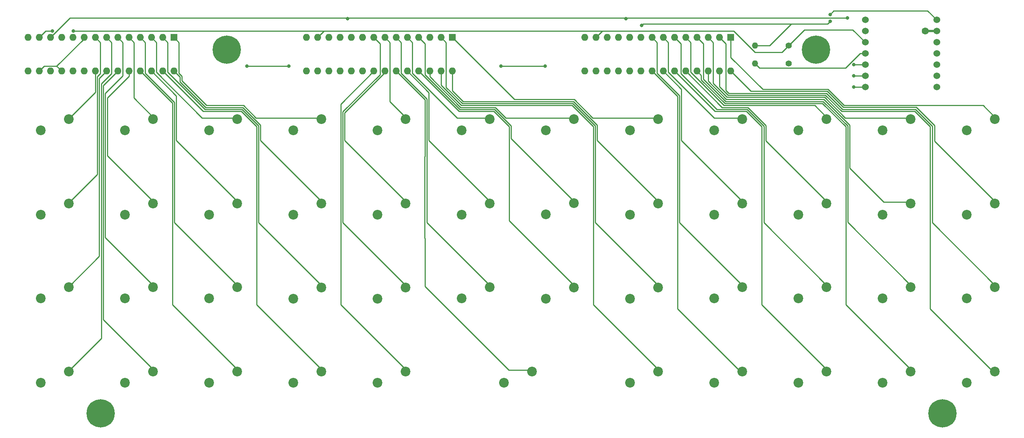
<source format=gbr>
%TF.GenerationSoftware,KiCad,Pcbnew,(5.1.10-32-g011b4027db)-1*%
%TF.CreationDate,2021-11-12T02:15:37-05:00*%
%TF.ProjectId,keyboard,6b657962-6f61-4726-942e-6b696361645f,rev?*%
%TF.SameCoordinates,Original*%
%TF.FileFunction,Copper,L1,Top*%
%TF.FilePolarity,Positive*%
%FSLAX46Y46*%
G04 Gerber Fmt 4.6, Leading zero omitted, Abs format (unit mm)*
G04 Created by KiCad (PCBNEW (5.1.10-32-g011b4027db)-1) date 2021-11-12 02:15:37*
%MOMM*%
%LPD*%
G01*
G04 APERTURE LIST*
%TA.AperFunction,ComponentPad*%
%ADD10O,1.400000X1.400000*%
%TD*%
%TA.AperFunction,ComponentPad*%
%ADD11C,1.400000*%
%TD*%
%TA.AperFunction,ComponentPad*%
%ADD12C,1.524000*%
%TD*%
%TA.AperFunction,ComponentPad*%
%ADD13O,1.600000X1.600000*%
%TD*%
%TA.AperFunction,ComponentPad*%
%ADD14R,1.600000X1.600000*%
%TD*%
%TA.AperFunction,ComponentPad*%
%ADD15C,2.200000*%
%TD*%
%TA.AperFunction,ComponentPad*%
%ADD16C,6.400000*%
%TD*%
%TA.AperFunction,ViaPad*%
%ADD17C,0.800000*%
%TD*%
%TA.AperFunction,ViaPad*%
%ADD18C,1.600000*%
%TD*%
%TA.AperFunction,Conductor*%
%ADD19C,0.250000*%
%TD*%
%TA.AperFunction,Conductor*%
%ADD20C,0.254000*%
%TD*%
%TA.AperFunction,Conductor*%
%ADD21C,0.500000*%
%TD*%
G04 APERTURE END LIST*
D10*
%TO.P,R2,2*%
%TO.N,/SCL_*%
X268732000Y-101600000D03*
D11*
%TO.P,R2,1*%
%TO.N,+5V*%
X276352000Y-101600000D03*
%TD*%
D10*
%TO.P,R1,2*%
%TO.N,+5V*%
X268732000Y-97536000D03*
D11*
%TO.P,R1,1*%
%TO.N,/SDA_*%
X276352000Y-97536000D03*
%TD*%
D12*
%TO.P,C1,1*%
%TO.N,N/C*%
X293726870Y-91714702D03*
%TO.P,C1,2*%
X293726870Y-94254702D03*
%TO.P,C1,3*%
%TO.N,/SDA_*%
X293726870Y-96794702D03*
%TO.P,C1,4*%
%TO.N,/SCL_*%
X293726870Y-99334702D03*
%TO.P,C1,5*%
%TO.N,/INT_0x0*%
X293726870Y-101874702D03*
%TO.P,C1,6*%
%TO.N,/INT_0x1*%
X293726870Y-104414702D03*
%TO.P,C1,7*%
%TO.N,/INT_0x2*%
X293726870Y-106954702D03*
%TO.P,C1,8*%
%TO.N,N/C*%
X309891430Y-106954702D03*
%TO.P,C1,10*%
X309891430Y-101874702D03*
%TO.P,C1,9*%
X309891430Y-104414702D03*
%TO.P,C1,14*%
%TO.N,+5V*%
X309891430Y-91714702D03*
%TO.P,C1,11*%
%TO.N,N/C*%
X309891430Y-99334702D03*
%TO.P,C1,13*%
%TO.N,GND*%
X309891430Y-94254702D03*
%TO.P,C1,12*%
%TO.N,N/C*%
X309891430Y-96794702D03*
%TD*%
D13*
%TO.P,U3,28*%
%TO.N,/ROW_2_3*%
X137255250Y-103345011D03*
%TO.P,U3,14*%
%TO.N,N/C*%
X104235250Y-95725011D03*
%TO.P,U3,27*%
%TO.N,/ROW_4_3*%
X134715250Y-103345011D03*
%TO.P,U3,13*%
%TO.N,/SDA_*%
X106775250Y-95725011D03*
%TO.P,U3,26*%
%TO.N,/ROW_2_2*%
X132175250Y-103345011D03*
%TO.P,U3,12*%
%TO.N,/SCL_*%
X109315250Y-95725011D03*
%TO.P,U3,25*%
%TO.N,/ROW_4_2*%
X129635250Y-103345011D03*
%TO.P,U3,11*%
%TO.N,N/C*%
X111855250Y-95725011D03*
%TO.P,U3,24*%
%TO.N,/ROW_2_1*%
X127095250Y-103345011D03*
%TO.P,U3,10*%
%TO.N,GND*%
X114395250Y-95725011D03*
%TO.P,U3,23*%
%TO.N,/ROW_4_1*%
X124555250Y-103345011D03*
%TO.P,U3,9*%
%TO.N,+5V*%
X116935250Y-95725011D03*
%TO.P,U3,22*%
%TO.N,/ROW_3_0*%
X122015250Y-103345011D03*
%TO.P,U3,8*%
%TO.N,/ROW_2_0*%
X119475250Y-95725011D03*
%TO.P,U3,21*%
%TO.N,/ROW_1_0*%
X119475250Y-103345011D03*
%TO.P,U3,7*%
%TO.N,/ROW_4_0*%
X122015250Y-95725011D03*
%TO.P,U3,20*%
%TO.N,/INT_0x2*%
X116935250Y-103345011D03*
%TO.P,U3,6*%
%TO.N,/ROW_3_1*%
X124555250Y-95725011D03*
%TO.P,U3,19*%
%TO.N,N/C*%
X114395250Y-103345011D03*
%TO.P,U3,5*%
%TO.N,/ROW_1_1*%
X127095250Y-95725011D03*
%TO.P,U3,18*%
%TO.N,+5V*%
X111855250Y-103345011D03*
%TO.P,U3,4*%
%TO.N,/ROW_3_2*%
X129635250Y-95725011D03*
%TO.P,U3,17*%
%TO.N,GND*%
X109315250Y-103345011D03*
%TO.P,U3,3*%
%TO.N,/ROW_1_2*%
X132175250Y-95725011D03*
%TO.P,U3,16*%
%TO.N,+5V*%
X106775250Y-103345011D03*
%TO.P,U3,2*%
%TO.N,/ROW_3_3*%
X134715250Y-95725011D03*
%TO.P,U3,15*%
%TO.N,GND*%
X104235250Y-103345011D03*
D14*
%TO.P,U3,1*%
%TO.N,/ROW_1_3*%
X137255250Y-95725011D03*
%TD*%
D15*
%TO.P,M43,2*%
%TO.N,GND*%
X240506250Y-173990000D03*
%TO.P,M43,1*%
%TO.N,/ROW_4_6*%
X246856250Y-171450000D03*
%TD*%
%TO.P,M42,2*%
%TO.N,GND*%
X211931250Y-173990000D03*
%TO.P,M42,1*%
%TO.N,/ROW_4_5*%
X218281250Y-171450000D03*
%TD*%
%TO.P,M47,2*%
%TO.N,GND*%
X316706250Y-173990000D03*
%TO.P,M47,1*%
%TO.N,/ROW_4_10*%
X323056250Y-171450000D03*
%TD*%
%TO.P,M46,2*%
%TO.N,GND*%
X297656250Y-173990000D03*
%TO.P,M46,1*%
%TO.N,/ROW_4_9*%
X304006250Y-171450000D03*
%TD*%
%TO.P,M45,2*%
%TO.N,GND*%
X278606250Y-173990000D03*
%TO.P,M45,1*%
%TO.N,/ROW_4_8*%
X284956250Y-171450000D03*
%TD*%
%TO.P,M44,2*%
%TO.N,GND*%
X259556250Y-173990000D03*
%TO.P,M44,1*%
%TO.N,/ROW_4_7*%
X265906250Y-171450000D03*
%TD*%
%TO.P,M41,2*%
%TO.N,GND*%
X183356250Y-173990000D03*
%TO.P,M41,1*%
%TO.N,/ROW_4_4*%
X189706250Y-171450000D03*
%TD*%
%TO.P,M40,2*%
%TO.N,GND*%
X164306250Y-173990000D03*
%TO.P,M40,1*%
%TO.N,/ROW_4_3*%
X170656250Y-171450000D03*
%TD*%
%TO.P,M39,2*%
%TO.N,GND*%
X145256250Y-173990000D03*
%TO.P,M39,1*%
%TO.N,/ROW_4_2*%
X151606250Y-171450000D03*
%TD*%
%TO.P,M38,2*%
%TO.N,GND*%
X126206250Y-173990000D03*
%TO.P,M38,1*%
%TO.N,/ROW_4_1*%
X132556250Y-171450000D03*
%TD*%
%TO.P,M37,2*%
%TO.N,GND*%
X107156250Y-173990000D03*
%TO.P,M37,1*%
%TO.N,/ROW_4_0*%
X113506250Y-171450000D03*
%TD*%
%TO.P,M36,2*%
%TO.N,GND*%
X316706250Y-154908250D03*
%TO.P,M36,1*%
%TO.N,/ROW_3_11*%
X323056250Y-152368250D03*
%TD*%
%TO.P,M35,2*%
%TO.N,GND*%
X297656250Y-154908250D03*
%TO.P,M35,1*%
%TO.N,/ROW_3_10*%
X304006250Y-152368250D03*
%TD*%
%TO.P,M34,2*%
%TO.N,GND*%
X278606250Y-154908250D03*
%TO.P,M34,1*%
%TO.N,/ROW_3_9*%
X284956250Y-152368250D03*
%TD*%
%TO.P,M33,2*%
%TO.N,GND*%
X259556250Y-154908250D03*
%TO.P,M33,1*%
%TO.N,/ROW_3_8*%
X265906250Y-152368250D03*
%TD*%
%TO.P,M32,2*%
%TO.N,GND*%
X240506250Y-154940000D03*
%TO.P,M32,1*%
%TO.N,/ROW_3_7*%
X246856250Y-152400000D03*
%TD*%
%TO.P,M31,2*%
%TO.N,GND*%
X221456250Y-154940000D03*
%TO.P,M31,1*%
%TO.N,/ROW_3_6*%
X227806250Y-152400000D03*
%TD*%
%TO.P,M30,2*%
%TO.N,GND*%
X202406250Y-154908250D03*
%TO.P,M30,1*%
%TO.N,/ROW_3_5*%
X208756250Y-152368250D03*
%TD*%
%TO.P,M29,2*%
%TO.N,GND*%
X183356250Y-154940000D03*
%TO.P,M29,1*%
%TO.N,/ROW_3_4*%
X189706250Y-152400000D03*
%TD*%
%TO.P,M28,2*%
%TO.N,GND*%
X164306250Y-154940000D03*
%TO.P,M28,1*%
%TO.N,/ROW_3_3*%
X170656250Y-152400000D03*
%TD*%
%TO.P,M27,2*%
%TO.N,GND*%
X145256250Y-154908250D03*
%TO.P,M27,1*%
%TO.N,/ROW_3_2*%
X151606250Y-152368250D03*
%TD*%
%TO.P,M26,2*%
%TO.N,GND*%
X126206250Y-154908250D03*
%TO.P,M26,1*%
%TO.N,/ROW_3_1*%
X132556250Y-152368250D03*
%TD*%
%TO.P,M25,2*%
%TO.N,GND*%
X107156250Y-154908250D03*
%TO.P,M25,1*%
%TO.N,/ROW_3_0*%
X113506250Y-152368250D03*
%TD*%
%TO.P,M24,2*%
%TO.N,GND*%
X316706250Y-135890000D03*
%TO.P,M24,1*%
%TO.N,/ROW_2_11*%
X323056250Y-133350000D03*
%TD*%
%TO.P,M23,2*%
%TO.N,GND*%
X297656250Y-135890000D03*
%TO.P,M23,1*%
%TO.N,/ROW_2_10*%
X304006250Y-133350000D03*
%TD*%
%TO.P,M22,2*%
%TO.N,GND*%
X278606250Y-135890000D03*
%TO.P,M22,1*%
%TO.N,/ROW_2_9*%
X284956250Y-133350000D03*
%TD*%
%TO.P,M21,2*%
%TO.N,GND*%
X259556250Y-135890000D03*
%TO.P,M21,1*%
%TO.N,/ROW_2_8*%
X265906250Y-133350000D03*
%TD*%
%TO.P,M20,2*%
%TO.N,GND*%
X240506250Y-135890000D03*
%TO.P,M20,1*%
%TO.N,/ROW_2_7*%
X246856250Y-133350000D03*
%TD*%
%TO.P,M19,2*%
%TO.N,GND*%
X221456250Y-135858250D03*
%TO.P,M19,1*%
%TO.N,/ROW_2_6*%
X227806250Y-133318250D03*
%TD*%
%TO.P,M18,2*%
%TO.N,GND*%
X202406250Y-135890000D03*
%TO.P,M18,1*%
%TO.N,/ROW_2_5*%
X208756250Y-133350000D03*
%TD*%
%TO.P,M17,2*%
%TO.N,GND*%
X183356250Y-135890000D03*
%TO.P,M17,1*%
%TO.N,/ROW_2_4*%
X189706250Y-133350000D03*
%TD*%
%TO.P,M16,2*%
%TO.N,GND*%
X164306250Y-135890000D03*
%TO.P,M16,1*%
%TO.N,/ROW_2_3*%
X170656250Y-133350000D03*
%TD*%
%TO.P,M15,2*%
%TO.N,GND*%
X145256250Y-135890000D03*
%TO.P,M15,1*%
%TO.N,/ROW_2_2*%
X151606250Y-133350000D03*
%TD*%
%TO.P,M14,2*%
%TO.N,GND*%
X126206250Y-135890000D03*
%TO.P,M14,1*%
%TO.N,/ROW_2_1*%
X132556250Y-133350000D03*
%TD*%
%TO.P,M13,2*%
%TO.N,GND*%
X107156250Y-135890000D03*
%TO.P,M13,1*%
%TO.N,/ROW_2_0*%
X113506250Y-133350000D03*
%TD*%
%TO.P,M12,2*%
%TO.N,GND*%
X316722150Y-116808250D03*
%TO.P,M12,1*%
%TO.N,/ROW_1_11*%
X323072150Y-114268250D03*
%TD*%
%TO.P,M11,2*%
%TO.N,GND*%
X297672150Y-116808250D03*
%TO.P,M11,1*%
%TO.N,/ROW_1_10*%
X304022150Y-114268250D03*
%TD*%
%TO.P,M10,2*%
%TO.N,GND*%
X278622150Y-116808250D03*
%TO.P,M10,1*%
%TO.N,/ROW_1_9*%
X284972150Y-114268250D03*
%TD*%
%TO.P,M9,2*%
%TO.N,GND*%
X259572150Y-116808250D03*
%TO.P,M9,1*%
%TO.N,/ROW_1_8*%
X265922150Y-114268250D03*
%TD*%
%TO.P,M8,2*%
%TO.N,GND*%
X240522150Y-116808250D03*
%TO.P,M8,1*%
%TO.N,/ROW_1_7*%
X246872150Y-114268250D03*
%TD*%
%TO.P,M7,2*%
%TO.N,GND*%
X221472150Y-116808250D03*
%TO.P,M7,1*%
%TO.N,/ROW_1_6*%
X227822150Y-114268250D03*
%TD*%
%TO.P,M6,2*%
%TO.N,GND*%
X202422150Y-116808250D03*
%TO.P,M6,1*%
%TO.N,/ROW_1_5*%
X208772150Y-114268250D03*
%TD*%
%TO.P,M5,2*%
%TO.N,GND*%
X183372150Y-116808250D03*
%TO.P,M5,1*%
%TO.N,/ROW_1_4*%
X189722150Y-114268250D03*
%TD*%
%TO.P,M4,2*%
%TO.N,GND*%
X164322150Y-116808250D03*
%TO.P,M4,1*%
%TO.N,/ROW_1_3*%
X170672150Y-114268250D03*
%TD*%
%TO.P,M3,2*%
%TO.N,GND*%
X145272150Y-116808250D03*
%TO.P,M3,1*%
%TO.N,/ROW_1_2*%
X151622150Y-114268250D03*
%TD*%
%TO.P,M2,2*%
%TO.N,GND*%
X126222150Y-116808250D03*
%TO.P,M2,1*%
%TO.N,/ROW_1_1*%
X132572150Y-114268250D03*
%TD*%
%TO.P,M1,2*%
%TO.N,GND*%
X107172150Y-116808250D03*
%TO.P,M1,1*%
%TO.N,/ROW_1_0*%
X113522150Y-114268250D03*
%TD*%
D13*
%TO.P,U2,28*%
%TO.N,/ROW_2_7*%
X200262083Y-103345011D03*
%TO.P,U2,14*%
%TO.N,N/C*%
X167242083Y-95725011D03*
%TO.P,U2,27*%
%TO.N,/ROW_4_6*%
X197722083Y-103345011D03*
%TO.P,U2,13*%
%TO.N,/SDA_*%
X169782083Y-95725011D03*
%TO.P,U2,26*%
%TO.N,/ROW_1_6*%
X195182083Y-103345011D03*
%TO.P,U2,12*%
%TO.N,/SCL_*%
X172322083Y-95725011D03*
%TO.P,U2,25*%
%TO.N,/ROW_3_6*%
X192642083Y-103345011D03*
%TO.P,U2,11*%
%TO.N,N/C*%
X174862083Y-95725011D03*
%TO.P,U2,24*%
%TO.N,/ROW_2_5*%
X190102083Y-103345011D03*
%TO.P,U2,10*%
%TO.N,GND*%
X177402083Y-95725011D03*
%TO.P,U2,23*%
%TO.N,/ROW_4_5*%
X187562083Y-103345011D03*
%TO.P,U2,9*%
%TO.N,+5V*%
X179942083Y-95725011D03*
%TO.P,U2,22*%
%TO.N,/ROW_2_4*%
X185022083Y-103345011D03*
%TO.P,U2,8*%
%TO.N,/ROW_3_4*%
X182482083Y-95725011D03*
%TO.P,U2,21*%
%TO.N,/ROW_4_4*%
X182482083Y-103345011D03*
%TO.P,U2,7*%
%TO.N,/ROW_1_4*%
X185022083Y-95725011D03*
%TO.P,U2,20*%
%TO.N,/INT_0x1*%
X179942083Y-103345011D03*
%TO.P,U2,6*%
%TO.N,/ROW_3_5*%
X187562083Y-95725011D03*
%TO.P,U2,19*%
%TO.N,N/C*%
X177402083Y-103345011D03*
%TO.P,U2,5*%
%TO.N,/ROW_1_5*%
X190102083Y-95725011D03*
%TO.P,U2,18*%
%TO.N,+5V*%
X174862083Y-103345011D03*
%TO.P,U2,4*%
%TO.N,/ROW_2_6*%
X192642083Y-95725011D03*
%TO.P,U2,17*%
%TO.N,GND*%
X172322083Y-103345011D03*
%TO.P,U2,3*%
%TO.N,N/C*%
X195182083Y-95725011D03*
%TO.P,U2,16*%
%TO.N,GND*%
X169782083Y-103345011D03*
%TO.P,U2,2*%
%TO.N,/ROW_3_7*%
X197722083Y-95725011D03*
%TO.P,U2,15*%
%TO.N,+5V*%
X167242083Y-103345011D03*
D14*
%TO.P,U2,1*%
%TO.N,/ROW_1_7*%
X200262083Y-95725011D03*
%TD*%
D13*
%TO.P,U1,28*%
%TO.N,/ROW_2_11*%
X263268916Y-103345011D03*
%TO.P,U1,14*%
%TO.N,N/C*%
X230248916Y-95725011D03*
%TO.P,U1,27*%
%TO.N,/ROW_4_10*%
X260728916Y-103345011D03*
%TO.P,U1,13*%
%TO.N,/SDA_*%
X232788916Y-95725011D03*
%TO.P,U1,26*%
%TO.N,/ROW_2_10*%
X258188916Y-103345011D03*
%TO.P,U1,12*%
%TO.N,/SCL_*%
X235328916Y-95725011D03*
%TO.P,U1,25*%
%TO.N,/ROW_4_9*%
X255648916Y-103345011D03*
%TO.P,U1,11*%
%TO.N,N/C*%
X237868916Y-95725011D03*
%TO.P,U1,24*%
%TO.N,/ROW_2_9*%
X253108916Y-103345011D03*
%TO.P,U1,10*%
%TO.N,GND*%
X240408916Y-95725011D03*
%TO.P,U1,23*%
%TO.N,/ROW_4_8*%
X250568916Y-103345011D03*
%TO.P,U1,9*%
%TO.N,+5V*%
X242948916Y-95725011D03*
%TO.P,U1,22*%
%TO.N,/ROW_2_8*%
X248028916Y-103345011D03*
%TO.P,U1,8*%
%TO.N,/ROW_3_8*%
X245488916Y-95725011D03*
%TO.P,U1,21*%
%TO.N,/ROW_4_7*%
X245488916Y-103345011D03*
%TO.P,U1,7*%
%TO.N,/ROW_1_8*%
X248028916Y-95725011D03*
%TO.P,U1,20*%
%TO.N,/INT_0x0*%
X242948916Y-103345011D03*
%TO.P,U1,6*%
%TO.N,/ROW_3_9*%
X250568916Y-95725011D03*
%TO.P,U1,19*%
%TO.N,N/C*%
X240408916Y-103345011D03*
%TO.P,U1,5*%
%TO.N,/ROW_1_9*%
X253108916Y-95725011D03*
%TO.P,U1,18*%
%TO.N,+5V*%
X237868916Y-103345011D03*
%TO.P,U1,4*%
%TO.N,/ROW_3_10*%
X255648916Y-95725011D03*
%TO.P,U1,17*%
%TO.N,GND*%
X235328916Y-103345011D03*
%TO.P,U1,3*%
%TO.N,/ROW_1_10*%
X258188916Y-95725011D03*
%TO.P,U1,16*%
%TO.N,GND*%
X232788916Y-103345011D03*
%TO.P,U1,2*%
%TO.N,/ROW_3_11*%
X260728916Y-95725011D03*
%TO.P,U1,15*%
%TO.N,GND*%
X230248916Y-103345011D03*
D14*
%TO.P,U1,1*%
%TO.N,/ROW_1_11*%
X263268916Y-95725011D03*
%TD*%
D16*
%TO.P,H6,1*%
%TO.N,N/C*%
X120650000Y-180975000D03*
%TD*%
%TO.P,H5,1*%
%TO.N,N/C*%
X282575000Y-98500000D03*
%TD*%
%TO.P,H3,1*%
%TO.N,N/C*%
X311150000Y-180975000D03*
%TD*%
%TO.P,H2,1*%
%TO.N,N/C*%
X149225000Y-98500000D03*
%TD*%
D17*
%TO.N,+5V*%
X285750000Y-90487500D03*
X285750000Y-92075000D03*
X243078000Y-92964000D03*
X221279990Y-102220010D03*
X211279990Y-102220010D03*
X163279990Y-102220010D03*
X153779990Y-102220010D03*
%TO.N,/SCL_*%
X176530000Y-91440000D03*
X239522000Y-91440000D03*
X289681260Y-91318740D03*
%TO.N,/SDA_*%
X114501548Y-94254702D03*
X109739048Y-94254702D03*
D18*
%TO.N,GND*%
X307281198Y-94270448D03*
D17*
%TO.N,/INT_0x0*%
X291104702Y-101874702D03*
%TO.N,/INT_0x2*%
X291104702Y-106954702D03*
%TO.N,/INT_0x1*%
X291104702Y-104414702D03*
%TD*%
D19*
%TO.N,/ROW_1_0*%
X119475250Y-108156400D02*
X113680900Y-113950750D01*
X119475250Y-103345011D02*
X119475250Y-108156400D01*
D20*
%TO.N,+5V*%
X287337500Y-89662500D02*
X286575000Y-89662500D01*
X286575000Y-89662500D02*
X285750000Y-90487500D01*
X285750000Y-90487500D02*
X285750000Y-90487500D01*
X307839228Y-89662500D02*
X309891430Y-91714702D01*
X287337500Y-89662500D02*
X307839228Y-89662500D01*
X107902251Y-102218010D02*
X106775250Y-103345011D01*
X110728249Y-102218010D02*
X107902251Y-102218010D01*
X111855250Y-103345011D02*
X110728249Y-102218010D01*
X116935250Y-96011009D02*
X116935250Y-95725011D01*
X110728249Y-102218010D02*
X116935250Y-96011009D01*
D19*
X285220298Y-92604702D02*
X285750000Y-92075000D01*
X284162500Y-92604702D02*
X285220298Y-92604702D01*
X243437298Y-92604702D02*
X243078000Y-92964000D01*
X243078000Y-92964000D02*
X243078000Y-92964000D01*
X211279990Y-102220010D02*
X221279990Y-102220010D01*
X153779990Y-102220010D02*
X163279990Y-102220010D01*
X281283298Y-92604702D02*
X281580702Y-92604702D01*
X284162500Y-92604702D02*
X281580702Y-92604702D01*
X268732000Y-97536000D02*
X272077404Y-97536000D01*
X277008702Y-92604702D02*
X243437298Y-92604702D01*
X281580702Y-92604702D02*
X277008702Y-92604702D01*
X272077404Y-97536000D02*
X277008702Y-92604702D01*
%TO.N,/ROW_2_0*%
X120600251Y-103885012D02*
X119925260Y-104560003D01*
X120600251Y-96850012D02*
X120600251Y-103885012D01*
X119475250Y-95725011D02*
X120600251Y-96850012D01*
X119925260Y-126772240D02*
X113665000Y-133032500D01*
X119925260Y-104560003D02*
X119925260Y-126772240D01*
%TO.N,/ROW_3_0*%
X113665000Y-152050750D02*
X120375270Y-145340480D01*
X120375270Y-104984991D02*
X122015250Y-103345011D01*
X120375270Y-145340480D02*
X120375270Y-104984991D01*
%TO.N,/ROW_4_0*%
X120825280Y-163972220D02*
X113665000Y-171132500D01*
X120825280Y-106199983D02*
X120825280Y-163972220D01*
X123140251Y-103885012D02*
X120825280Y-106199983D01*
X123140251Y-96850012D02*
X123140251Y-103885012D01*
X122015250Y-95725011D02*
X123140251Y-96850012D01*
%TO.N,/ROW_1_1*%
X128220251Y-96850012D02*
X127095250Y-95725011D01*
X128220251Y-109440101D02*
X128220251Y-96850012D01*
X132730900Y-113950750D02*
X128220251Y-109440101D01*
%TO.N,/ROW_2_1*%
X127095250Y-104476381D02*
X122175310Y-109396321D01*
X127095250Y-103345011D02*
X127095250Y-104476381D01*
X122175310Y-122492810D02*
X132715000Y-133032500D01*
X122175310Y-109396321D02*
X122175310Y-122492810D01*
%TO.N,/ROW_3_1*%
X125680251Y-104443749D02*
X121725300Y-108398700D01*
X125680251Y-96850012D02*
X125680251Y-104443749D01*
X124555250Y-95725011D02*
X125680251Y-96850012D01*
X121725300Y-141061050D02*
X132715000Y-152050750D01*
X121725300Y-108398700D02*
X121725300Y-141061050D01*
%TO.N,/ROW_4_1*%
X121275290Y-159692790D02*
X132715000Y-171132500D01*
X121275290Y-106624971D02*
X121275290Y-159692790D01*
X124555250Y-103345011D02*
X121275290Y-106624971D01*
%TO.N,/ROW_1_2*%
X133300251Y-103595014D02*
X133300251Y-96850012D01*
X143655987Y-113950750D02*
X133300251Y-103595014D01*
X133300251Y-96850012D02*
X132175250Y-95725011D01*
X151780900Y-113950750D02*
X143655987Y-113950750D01*
%TO.N,/ROW_2_2*%
X132175250Y-103345011D02*
X137815919Y-108985680D01*
X137815919Y-119083419D02*
X151765000Y-133032500D01*
X137815919Y-108985680D02*
X137815919Y-119083419D01*
%TO.N,/ROW_3_2*%
X151765000Y-152050750D02*
X137365911Y-137651661D01*
X130760251Y-96850012D02*
X129635250Y-95725011D01*
X130760251Y-103833602D02*
X130760251Y-96850012D01*
X137365910Y-110439261D02*
X130760251Y-103833602D01*
X137365911Y-137651661D02*
X137365910Y-110439261D01*
%TO.N,/ROW_4_2*%
X136906000Y-156273500D02*
X151765000Y-171132500D01*
X136906000Y-139446000D02*
X136906000Y-156273500D01*
X136915901Y-139436099D02*
X136906000Y-139446000D01*
X136915901Y-110625662D02*
X136915901Y-139436099D01*
X129635250Y-103345011D02*
X136915901Y-110625662D01*
%TO.N,/ROW_1_3*%
X138380251Y-96850012D02*
X137255250Y-95725011D01*
X138380251Y-103833602D02*
X138380251Y-96850012D01*
X139064832Y-104518183D02*
X138380251Y-103833602D01*
X139064833Y-105546776D02*
X139064832Y-104518183D01*
X144650778Y-111132721D02*
X139064833Y-105546776D01*
X153044741Y-111132721D02*
X144650778Y-111132721D01*
X155862770Y-113950750D02*
X153044741Y-111132721D01*
X170830900Y-113950750D02*
X155862770Y-113950750D01*
%TO.N,/ROW_2_3*%
X137255250Y-103345011D02*
X138614823Y-104704584D01*
X138614823Y-104704584D02*
X138614823Y-105733176D01*
X152858342Y-111582730D02*
X156865919Y-115590309D01*
X144464376Y-111582729D02*
X152858342Y-111582730D01*
X138614823Y-105733176D02*
X144464376Y-111582729D01*
X156865919Y-119083419D02*
X170815000Y-133032500D01*
X156865919Y-115590309D02*
X156865919Y-119083419D01*
%TO.N,/ROW_3_3*%
X170815000Y-152082500D02*
X156415911Y-137683411D01*
X156415910Y-115776708D02*
X152671941Y-112032739D01*
X156415911Y-137683411D02*
X156415910Y-115776708D01*
X135840251Y-96850012D02*
X134715250Y-95725011D01*
X135840251Y-103595014D02*
X135840251Y-96850012D01*
X144277976Y-112032739D02*
X135840251Y-103595014D01*
X152671941Y-112032739D02*
X144277976Y-112032739D01*
%TO.N,/ROW_4_3*%
X155965901Y-115963109D02*
X155965901Y-156283401D01*
X155965901Y-156283401D02*
X170815000Y-171132500D01*
X152485541Y-112482749D02*
X155965901Y-115963109D01*
X143852988Y-112482749D02*
X152485541Y-112482749D01*
X134715250Y-103345011D02*
X143852988Y-112482749D01*
%TO.N,/ROW_1_4*%
X186147084Y-110216934D02*
X189880900Y-113950750D01*
X186147084Y-96850012D02*
X186147084Y-110216934D01*
X185022083Y-95725011D02*
X186147084Y-96850012D01*
%TO.N,/ROW_2_4*%
X189865000Y-133032500D02*
X175915921Y-119083421D01*
X175915921Y-112756489D02*
X185022083Y-103650327D01*
X185022083Y-103650327D02*
X185022083Y-103345011D01*
X175915921Y-119083421D02*
X175915921Y-112756489D01*
%TO.N,/ROW_3_4*%
X183897082Y-104138918D02*
X175465911Y-112570089D01*
X183897082Y-97140010D02*
X183897082Y-104138918D01*
X182482083Y-95725011D02*
X183897082Y-97140010D01*
X175465911Y-137683411D02*
X189865000Y-152082500D01*
X175465911Y-112570089D02*
X175465911Y-137683411D01*
%TO.N,/ROW_4_4*%
X175015901Y-110811193D02*
X175015901Y-122164099D01*
X182482083Y-103345011D02*
X175015901Y-110811193D01*
X175015901Y-122164099D02*
X175006000Y-122174000D01*
X175006000Y-156273500D02*
X189865000Y-171132500D01*
X175006000Y-122174000D02*
X175006000Y-156273500D01*
%TO.N,/ROW_1_5*%
X191227084Y-96850012D02*
X190102083Y-95725011D01*
X191227084Y-103833602D02*
X191227084Y-96850012D01*
X201344232Y-113950750D02*
X191227084Y-103833602D01*
X208930900Y-113950750D02*
X201344232Y-113950750D01*
%TO.N,/ROW_2_5*%
X190102083Y-103345011D02*
X194965921Y-108208849D01*
X194965921Y-119083421D02*
X208915000Y-133032500D01*
X194965921Y-108208849D02*
X194965921Y-119083421D01*
%TO.N,/ROW_3_5*%
X188687084Y-96850012D02*
X188687084Y-103833602D01*
X188687084Y-103833602D02*
X194515911Y-109662429D01*
X187562083Y-95725011D02*
X188687084Y-96850012D01*
X194515911Y-137651661D02*
X208915000Y-152050750D01*
X194515911Y-109662429D02*
X194515911Y-137651661D01*
%TO.N,/ROW_4_5*%
X194065901Y-109848829D02*
X194065901Y-122672099D01*
X187562083Y-103345011D02*
X194065901Y-109848829D01*
X194050001Y-122687999D02*
X194050001Y-141229999D01*
X194065901Y-122672099D02*
X194050001Y-122687999D01*
X194050001Y-141229999D02*
X194056000Y-141235998D01*
X213063748Y-171132500D02*
X218440000Y-171132500D01*
X194056000Y-152124752D02*
X213063748Y-171132500D01*
X194056000Y-141235998D02*
X194056000Y-152124752D01*
%TO.N,/ROW_1_6*%
X227980900Y-113950750D02*
X212376362Y-113950750D01*
X212376362Y-113950750D02*
X210008341Y-111582731D01*
X210008341Y-111582731D02*
X202152623Y-111582731D01*
X195182083Y-104612191D02*
X195182083Y-103345011D01*
X202152623Y-111582731D02*
X195182083Y-104612191D01*
%TO.N,/ROW_2_6*%
X194057082Y-97140010D02*
X194057082Y-104123600D01*
X192642083Y-95725011D02*
X194057082Y-97140010D01*
X194057082Y-104123600D02*
X201966221Y-112032739D01*
X209821942Y-112032740D02*
X213565911Y-115776709D01*
X201966221Y-112032739D02*
X209821942Y-112032740D01*
X213565911Y-118601661D02*
X227965000Y-133000750D01*
X213565911Y-115776709D02*
X213565911Y-118601661D01*
%TO.N,/ROW_3_6*%
X201779821Y-112482749D02*
X209635541Y-112482749D01*
X192642083Y-103345011D02*
X201779821Y-112482749D01*
X213115901Y-115963109D02*
X213115901Y-119878099D01*
X209635541Y-112482749D02*
X213115901Y-115963109D01*
X213115901Y-119878099D02*
X213106000Y-119888000D01*
X213106000Y-137223500D02*
X227965000Y-152082500D01*
X213106000Y-119888000D02*
X213106000Y-137223500D01*
%TO.N,/ROW_4_6*%
X197722083Y-103345011D02*
X197722083Y-106515781D01*
X197722083Y-106515781D02*
X202339023Y-111132721D01*
X232165901Y-115963109D02*
X232165901Y-120894099D01*
X227335513Y-111132721D02*
X232165901Y-115963109D01*
X202339023Y-111132721D02*
X227335513Y-111132721D01*
X232165901Y-120894099D02*
X232156000Y-120904000D01*
X232156000Y-156273500D02*
X247015000Y-171132500D01*
X232156000Y-120904000D02*
X232156000Y-156273500D01*
%TO.N,/ROW_1_7*%
X247030900Y-113950750D02*
X232062772Y-113950750D01*
X232062772Y-113950750D02*
X227894714Y-109782694D01*
X214319766Y-109782694D02*
X200262083Y-95725011D01*
X227894714Y-109782694D02*
X214319766Y-109782694D01*
%TO.N,/ROW_2_7*%
X200262083Y-103345011D02*
X200262083Y-107782961D01*
X200262083Y-107782961D02*
X202711824Y-110232702D01*
X227708315Y-110232703D02*
X233065921Y-115590309D01*
X202711824Y-110232702D02*
X227708315Y-110232703D01*
X233065921Y-119083421D02*
X247015000Y-133032500D01*
X233065921Y-115590309D02*
X233065921Y-119083421D01*
%TO.N,/ROW_3_7*%
X198847084Y-96850012D02*
X198847084Y-107004372D01*
X197722083Y-95725011D02*
X198847084Y-96850012D01*
X198847084Y-107004372D02*
X202525423Y-110682711D01*
X227521914Y-110682712D02*
X232615911Y-115776709D01*
X202525423Y-110682711D02*
X227521914Y-110682712D01*
X232615911Y-137683411D02*
X247015000Y-152082500D01*
X232615911Y-115776709D02*
X232615911Y-137683411D01*
%TO.N,/ROW_4_7*%
X251215901Y-109071996D02*
X251215901Y-157216099D01*
X245488916Y-103345011D02*
X251215901Y-109071996D01*
X265132302Y-171132500D02*
X266065000Y-171132500D01*
X251215901Y-157216099D02*
X265132302Y-171132500D01*
D20*
%TO.N,/SCL_*%
X113325559Y-91714702D02*
X109315250Y-95725011D01*
D19*
%TO.N,*%
X293330908Y-91318740D02*
X293726870Y-91714702D01*
%TO.N,/SCL_*%
X113325559Y-91714702D02*
X113721521Y-91318740D01*
X292571700Y-99334702D02*
X293726870Y-99334702D01*
X289281401Y-102625001D02*
X292571700Y-99334702D01*
X269757001Y-102625001D02*
X289281401Y-102625001D01*
X268732000Y-101600000D02*
X269757001Y-102625001D01*
X113721521Y-91318740D02*
X289681260Y-91318740D01*
X289681260Y-91318740D02*
X289681260Y-91318740D01*
D20*
%TO.N,/SDA_*%
X144694559Y-94254702D02*
X114501548Y-94254702D01*
X114501548Y-94254702D02*
X114501548Y-94254702D01*
X108245559Y-94254702D02*
X106775250Y-95725011D01*
X109739048Y-94254702D02*
X108245559Y-94254702D01*
X145457798Y-94254702D02*
X144694559Y-94254702D01*
D19*
X234259225Y-94254702D02*
X235691298Y-94254702D01*
X232788916Y-95725011D02*
X234259225Y-94254702D01*
X183367298Y-94254702D02*
X235691298Y-94254702D01*
X171252392Y-94254702D02*
X172232702Y-94254702D01*
X169782083Y-95725011D02*
X171252392Y-94254702D01*
X172232702Y-94254702D02*
X183367298Y-94254702D01*
X145457798Y-94254702D02*
X172232702Y-94254702D01*
X276352000Y-97536000D02*
X279908000Y-93980000D01*
X279908000Y-93980000D02*
X290912168Y-93980000D01*
X276352000Y-97536000D02*
X274828000Y-99060000D01*
X235691298Y-94254702D02*
X263885298Y-94254702D01*
X263933700Y-94254702D02*
X263885298Y-94254702D01*
X268738998Y-99060000D02*
X263933700Y-94254702D01*
X274828000Y-99060000D02*
X268738998Y-99060000D01*
X290912168Y-93980000D02*
X293726870Y-96794702D01*
D21*
%TO.N,GND*%
X309925720Y-94270448D02*
X307281198Y-94270448D01*
X307382798Y-93864048D02*
X307382798Y-93864048D01*
D19*
%TO.N,/INT_0x0*%
X293726870Y-101874702D02*
X291104702Y-101874702D01*
X291104702Y-101874702D02*
X291104702Y-101874702D01*
%TO.N,/INT_0x2*%
X293726870Y-106954702D02*
X291104702Y-106954702D01*
%TO.N,/INT_0x1*%
X293726870Y-104414702D02*
X291104702Y-104414702D01*
%TO.N,/ROW_1_8*%
X249153917Y-96850012D02*
X248028916Y-95725011D01*
X249153917Y-103595014D02*
X249153917Y-96850012D01*
X259509653Y-113950750D02*
X249153917Y-103595014D01*
X266080900Y-113950750D02*
X259509653Y-113950750D01*
%TO.N,/ROW_1_9*%
X285130900Y-113950750D02*
X282312871Y-111132721D01*
X254233917Y-96850012D02*
X253108916Y-95725011D01*
X254233917Y-103595014D02*
X254233917Y-96850012D01*
X261771624Y-111132721D02*
X254233917Y-103595014D01*
X282312871Y-111132721D02*
X261771624Y-111132721D01*
%TO.N,/ROW_1_10*%
X259313917Y-96850012D02*
X259313917Y-106129374D01*
X258188916Y-95725011D02*
X259313917Y-96850012D01*
X259313917Y-106129374D02*
X262462533Y-109277990D01*
X262462533Y-109277990D02*
X284540013Y-109277991D01*
X289212772Y-113950750D02*
X304180900Y-113950750D01*
X284540013Y-109277991D02*
X289212772Y-113950750D01*
%TO.N,/ROW_1_11*%
X263268916Y-95725011D02*
X263268916Y-100236870D01*
X270510000Y-107477954D02*
X285285617Y-107477955D01*
X263268916Y-100236870D02*
X270510000Y-107477954D01*
X320394131Y-111113981D02*
X323230900Y-113950750D01*
X288921643Y-111113981D02*
X320394131Y-111113981D01*
X285285617Y-107477955D02*
X288921643Y-111113981D01*
%TO.N,/ROW_2_8*%
X248028916Y-103345011D02*
X252115921Y-107432016D01*
X252115921Y-119083421D02*
X266065000Y-133032500D01*
X252115921Y-107432016D02*
X252115921Y-119083421D01*
%TO.N,/ROW_2_9*%
X267158343Y-111582731D02*
X271214010Y-115638398D01*
X261346636Y-111582731D02*
X267158343Y-111582731D01*
X253108916Y-103345011D02*
X261346636Y-111582731D01*
X271214010Y-119131510D02*
X285115000Y-133032500D01*
X271214010Y-115638398D02*
X271214010Y-119131510D01*
%TO.N,/ROW_2_10*%
X258188916Y-103345011D02*
X258188916Y-105640783D01*
X258188916Y-105640783D02*
X262276133Y-109728000D01*
X284353612Y-109728000D02*
X290215921Y-115590309D01*
X262276133Y-109728000D02*
X284353612Y-109728000D01*
X297920342Y-133032500D02*
X304165000Y-133032500D01*
X290215921Y-125328079D02*
X297920342Y-133032500D01*
X290215921Y-115590309D02*
X290215921Y-125328079D01*
%TO.N,/ROW_2_11*%
X263268916Y-103345011D02*
X267851868Y-107927963D01*
X285099216Y-107927964D02*
X288735242Y-111563990D01*
X267851868Y-107927963D02*
X285099216Y-107927964D01*
X305239603Y-111563991D02*
X309372000Y-115696388D01*
X288735242Y-111563990D02*
X305239603Y-111563991D01*
X309372000Y-119189500D02*
X323215000Y-133032500D01*
X309372000Y-115696388D02*
X309372000Y-119189500D01*
%TO.N,/ROW_3_8*%
X246613917Y-96850012D02*
X246613917Y-103833602D01*
X245488916Y-95725011D02*
X246613917Y-96850012D01*
X246613917Y-103833602D02*
X251665911Y-108885596D01*
X251665911Y-137651661D02*
X266065000Y-152050750D01*
X251665911Y-108885596D02*
X251665911Y-137651661D01*
%TO.N,/ROW_3_9*%
X266971942Y-112032740D02*
X270764000Y-115824798D01*
X260131642Y-112032739D02*
X266971942Y-112032740D01*
X251983915Y-103885012D02*
X260131642Y-112032739D01*
X251983915Y-97140010D02*
X251983915Y-103885012D01*
X250568916Y-95725011D02*
X251983915Y-97140010D01*
X270764000Y-137699750D02*
X285115000Y-152050750D01*
X270764000Y-115824798D02*
X270764000Y-137699750D01*
%TO.N,/ROW_3_10*%
X257063915Y-97140010D02*
X257063915Y-105152192D01*
X255648916Y-95725011D02*
X257063915Y-97140010D01*
X257063915Y-105152192D02*
X262144424Y-110232701D01*
X289765911Y-123746089D02*
X289756010Y-123755990D01*
X289765911Y-115776709D02*
X289765911Y-123746089D01*
X284221904Y-110232702D02*
X289765911Y-115776709D01*
X262144424Y-110232701D02*
X284221904Y-110232702D01*
X289756010Y-137641760D02*
X304165000Y-152050750D01*
X289756010Y-123755990D02*
X289756010Y-137641760D01*
%TO.N,/ROW_3_11*%
X262143915Y-97140010D02*
X262143915Y-107686552D01*
X260728916Y-95725011D02*
X262143915Y-97140010D01*
X262835335Y-108377972D02*
X284912815Y-108377973D01*
X262143915Y-107686552D02*
X262835335Y-108377972D01*
X284912815Y-108377973D02*
X288548842Y-112014000D01*
X305053202Y-112014000D02*
X308864000Y-115824798D01*
X288548842Y-112014000D02*
X305053202Y-112014000D01*
X308864000Y-137699750D02*
X323215000Y-152050750D01*
X308864000Y-115824798D02*
X308864000Y-137699750D01*
%TO.N,/ROW_4_8*%
X270265901Y-115963109D02*
X270265901Y-119624099D01*
X266785541Y-112482749D02*
X270265901Y-115963109D01*
X259706654Y-112482749D02*
X266785541Y-112482749D01*
X250568916Y-103345011D02*
X259706654Y-112482749D01*
X270265901Y-119624099D02*
X270256000Y-119634000D01*
X270256000Y-156273500D02*
X285115000Y-171132500D01*
X270256000Y-119634000D02*
X270256000Y-156273500D01*
%TO.N,/ROW_4_9*%
X255648916Y-103345011D02*
X256612656Y-104308751D01*
X256612656Y-104308751D02*
X256612656Y-105337343D01*
X256612656Y-105337343D02*
X261958024Y-110682711D01*
X289315901Y-115963109D02*
X289315901Y-120386099D01*
X284035503Y-110682711D02*
X289315901Y-115963109D01*
X261958024Y-110682711D02*
X284035503Y-110682711D01*
X289315901Y-120386099D02*
X289306000Y-120396000D01*
X289306000Y-156273500D02*
X304165000Y-171132500D01*
X289306000Y-120396000D02*
X289306000Y-156273500D01*
%TO.N,/ROW_4_10*%
X260728916Y-103345011D02*
X260728916Y-106907963D01*
X260728916Y-106907963D02*
X262648934Y-108827981D01*
X262648934Y-108827981D02*
X284726414Y-108827982D01*
X308365901Y-115963109D02*
X308365901Y-157216099D01*
X304885541Y-112482749D02*
X308365901Y-115963109D01*
X288381181Y-112482749D02*
X304885541Y-112482749D01*
X284726414Y-108827982D02*
X288381181Y-112482749D01*
X322282302Y-171132500D02*
X323215000Y-171132500D01*
X308365901Y-157216099D02*
X322282302Y-171132500D01*
%TD*%
M02*

</source>
